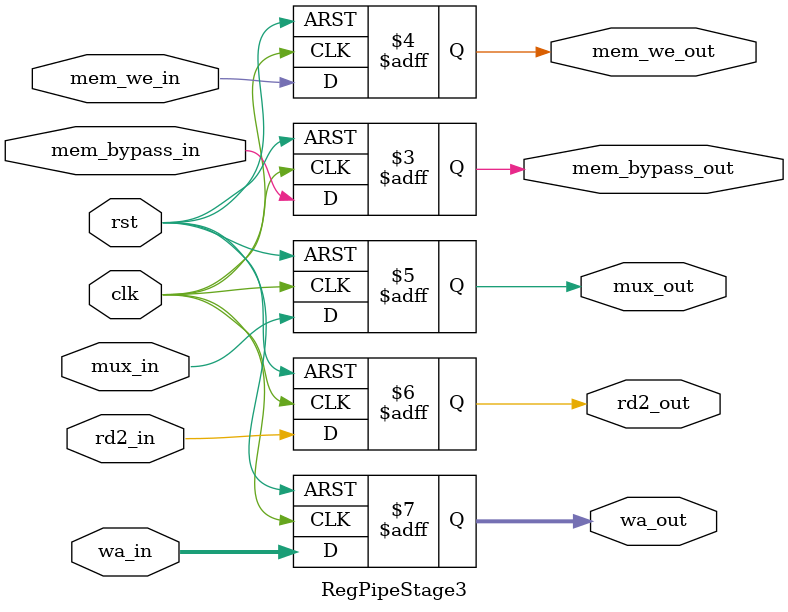
<source format=sv>
module RegPipeStage3
(
    input clk,
    input rst,

    input mem_bypass_in,
    output mem_bypass_out,

    input mem_we_in,
    output mem_we_out,

    input mux_in,
    output mux_out,

    input rd2_in,
    output rd2_out,

    input wire logic[4:0] wa_in,
    output wire logic[4:0] wa_out
);

always_ff @(posedge clk or negedge rst) begin
    if (!rst) begin
        mem_bypass_out <= '0;
        mem_we_out <= '0;
        mux_out <= '0;
        rd2_out <= '0;
        wa_out <= '0;
    end
    else if (clk) begin
        mem_bypass_out <= mem_bypass_in;
        mem_we_out <= mem_we_in;
        mux_out <= mux_in;
        rd2_out <= rd2_in;
        wa_out <= wa_in;
    end
end

endmodule
</source>
